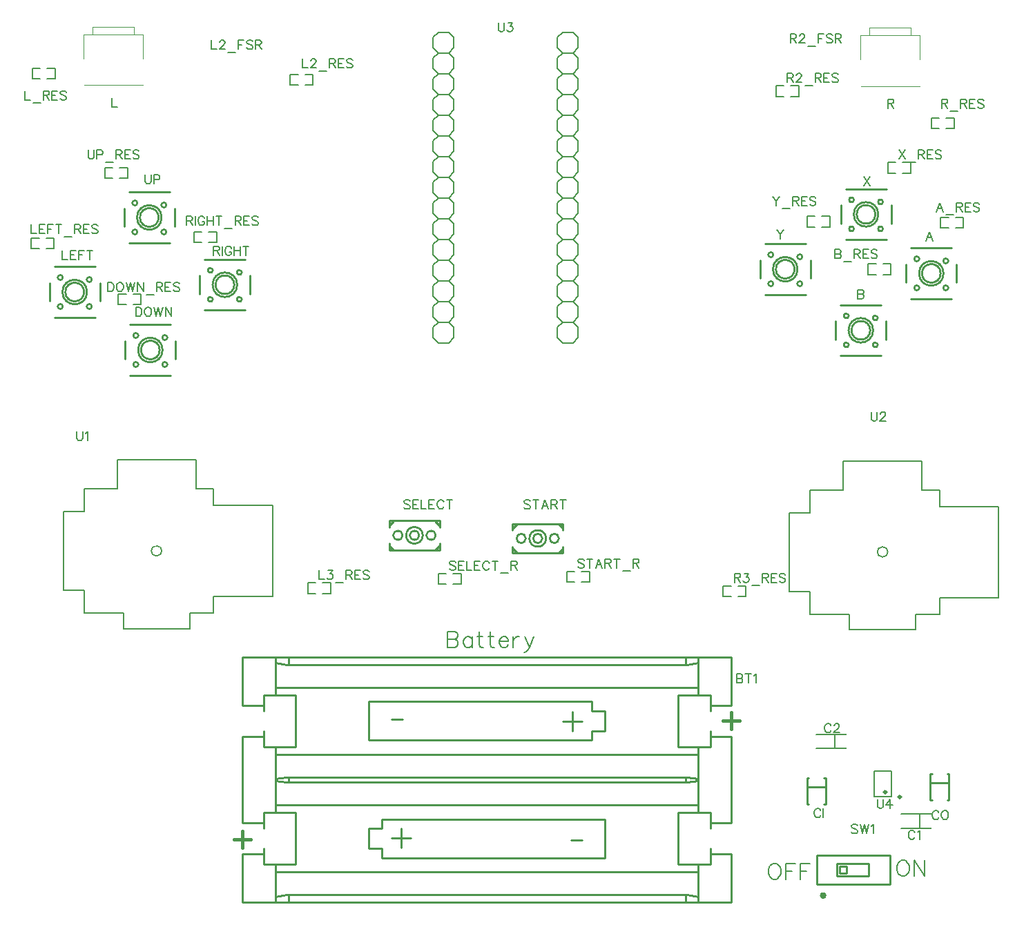
<source format=gto>
G04 Layer: TopSilkscreenLayer*
G04 EasyEDA v6.5.5, 2022-06-05 13:50:50*
G04 bb107c5f8ef14f278ad1c4d5784ba212,a4ea12fd96744f7d9b8618c9b4952ea7,10*
G04 Gerber Generator version 0.2*
G04 Scale: 100 percent, Rotated: No, Reflected: No *
G04 Dimensions in millimeters *
G04 leading zeros omitted , absolute positions ,4 integer and 5 decimal *
%FSLAX45Y45*%
%MOMM*%

%ADD10C,0.3000*%
%ADD25C,0.2540*%
%ADD26C,0.4052*%
%ADD27C,0.1524*%
%ADD28C,0.1001*%
%ADD29C,0.2032*%
%ADD30C,0.4000*%

%LPD*%
D29*
X5537200Y3672078D02*
G01*
X5537200Y3478276D01*
X5537200Y3672078D02*
G01*
X5620258Y3672078D01*
X5647943Y3662934D01*
X5657341Y3653789D01*
X5666486Y3635247D01*
X5666486Y3616705D01*
X5657341Y3598163D01*
X5647943Y3589020D01*
X5620258Y3579876D01*
X5537200Y3579876D02*
G01*
X5620258Y3579876D01*
X5647943Y3570478D01*
X5657341Y3561334D01*
X5666486Y3542792D01*
X5666486Y3515105D01*
X5657341Y3496563D01*
X5647943Y3487420D01*
X5620258Y3478276D01*
X5537200Y3478276D01*
X5838190Y3607562D02*
G01*
X5838190Y3478276D01*
X5838190Y3579876D02*
G01*
X5819902Y3598163D01*
X5801359Y3607562D01*
X5773674Y3607562D01*
X5755131Y3598163D01*
X5736590Y3579876D01*
X5727445Y3552189D01*
X5727445Y3533647D01*
X5736590Y3505962D01*
X5755131Y3487420D01*
X5773674Y3478276D01*
X5801359Y3478276D01*
X5819902Y3487420D01*
X5838190Y3505962D01*
X5927090Y3672078D02*
G01*
X5927090Y3515105D01*
X5936234Y3487420D01*
X5954775Y3478276D01*
X5973063Y3478276D01*
X5899150Y3607562D02*
G01*
X5963920Y3607562D01*
X6061709Y3672078D02*
G01*
X6061709Y3515105D01*
X6071108Y3487420D01*
X6089650Y3478276D01*
X6107938Y3478276D01*
X6034024Y3607562D02*
G01*
X6098793Y3607562D01*
X6168897Y3552189D02*
G01*
X6279895Y3552189D01*
X6279895Y3570478D01*
X6270497Y3589020D01*
X6261354Y3598163D01*
X6242811Y3607562D01*
X6215125Y3607562D01*
X6196584Y3598163D01*
X6178295Y3579876D01*
X6168897Y3552189D01*
X6168897Y3533647D01*
X6178295Y3505962D01*
X6196584Y3487420D01*
X6215125Y3478276D01*
X6242811Y3478276D01*
X6261354Y3487420D01*
X6279895Y3505962D01*
X6340856Y3607562D02*
G01*
X6340856Y3478276D01*
X6340856Y3552189D02*
G01*
X6350000Y3579876D01*
X6368541Y3598163D01*
X6386829Y3607562D01*
X6414770Y3607562D01*
X6484874Y3607562D02*
G01*
X6540245Y3478276D01*
X6595618Y3607562D02*
G01*
X6540245Y3478276D01*
X6521704Y3441192D01*
X6503415Y3422650D01*
X6484874Y3413505D01*
X6475729Y3413505D01*
X11104372Y865378D02*
G01*
X11085829Y856234D01*
X11067541Y837692D01*
X11058143Y819150D01*
X11049000Y791463D01*
X11049000Y745489D01*
X11058143Y717550D01*
X11067541Y699262D01*
X11085829Y680720D01*
X11104372Y671576D01*
X11141456Y671576D01*
X11159743Y680720D01*
X11178286Y699262D01*
X11187429Y717550D01*
X11196827Y745489D01*
X11196827Y791463D01*
X11187429Y819150D01*
X11178286Y837692D01*
X11159743Y856234D01*
X11141456Y865378D01*
X11104372Y865378D01*
X11257788Y865378D02*
G01*
X11257788Y671576D01*
X11257788Y865378D02*
G01*
X11387074Y671576D01*
X11387074Y865378D02*
G01*
X11387074Y671576D01*
X9529572Y827278D02*
G01*
X9511029Y818134D01*
X9492741Y799592D01*
X9483343Y781050D01*
X9474200Y753363D01*
X9474200Y707389D01*
X9483343Y679450D01*
X9492741Y661162D01*
X9511029Y642620D01*
X9529572Y633476D01*
X9566656Y633476D01*
X9584943Y642620D01*
X9603486Y661162D01*
X9612629Y679450D01*
X9622027Y707389D01*
X9622027Y753363D01*
X9612629Y781050D01*
X9603486Y799592D01*
X9584943Y818134D01*
X9566656Y827278D01*
X9529572Y827278D01*
X9682988Y827278D02*
G01*
X9682988Y633476D01*
X9682988Y827278D02*
G01*
X9803129Y827278D01*
X9682988Y735076D02*
G01*
X9756902Y735076D01*
X9864090Y827278D02*
G01*
X9864090Y633476D01*
X9864090Y827278D02*
G01*
X9983977Y827278D01*
X9864090Y735076D02*
G01*
X9937750Y735076D01*
D27*
X9740900Y10999215D02*
G01*
X9740900Y10890250D01*
X9740900Y10999215D02*
G01*
X9787636Y10999215D01*
X9803129Y10994136D01*
X9808463Y10988802D01*
X9813543Y10978387D01*
X9813543Y10967974D01*
X9808463Y10957560D01*
X9803129Y10952479D01*
X9787636Y10947400D01*
X9740900Y10947400D01*
X9777222Y10947400D02*
G01*
X9813543Y10890250D01*
X9853168Y10973308D02*
G01*
X9853168Y10978387D01*
X9858247Y10988802D01*
X9863581Y10994136D01*
X9873995Y10999215D01*
X9894570Y10999215D01*
X9904984Y10994136D01*
X9910318Y10988802D01*
X9915397Y10978387D01*
X9915397Y10967974D01*
X9910318Y10957560D01*
X9899904Y10942065D01*
X9847834Y10890250D01*
X9920731Y10890250D01*
X9955022Y10853674D02*
G01*
X10048493Y10853674D01*
X10082784Y10999215D02*
G01*
X10082784Y10890250D01*
X10082784Y10999215D02*
G01*
X10150347Y10999215D01*
X10082784Y10947400D02*
G01*
X10124440Y10947400D01*
X10257281Y10983721D02*
G01*
X10246868Y10994136D01*
X10231374Y10999215D01*
X10210545Y10999215D01*
X10195052Y10994136D01*
X10184638Y10983721D01*
X10184638Y10973308D01*
X10189718Y10962894D01*
X10195052Y10957560D01*
X10205465Y10952479D01*
X10236454Y10942065D01*
X10246868Y10936986D01*
X10252202Y10931652D01*
X10257281Y10921237D01*
X10257281Y10905744D01*
X10246868Y10895329D01*
X10231374Y10890250D01*
X10210545Y10890250D01*
X10195052Y10895329D01*
X10184638Y10905744D01*
X10291572Y10999215D02*
G01*
X10291572Y10890250D01*
X10291572Y10999215D02*
G01*
X10338308Y10999215D01*
X10354056Y10994136D01*
X10359136Y10988802D01*
X10364470Y10978387D01*
X10364470Y10967974D01*
X10359136Y10957560D01*
X10354056Y10952479D01*
X10338308Y10947400D01*
X10291572Y10947400D01*
X10327893Y10947400D02*
G01*
X10364470Y10890250D01*
X9080500Y3150615D02*
G01*
X9080500Y3041650D01*
X9080500Y3150615D02*
G01*
X9127236Y3150615D01*
X9142729Y3145536D01*
X9148063Y3140202D01*
X9153143Y3129787D01*
X9153143Y3119373D01*
X9148063Y3108960D01*
X9142729Y3103879D01*
X9127236Y3098800D01*
X9080500Y3098800D02*
G01*
X9127236Y3098800D01*
X9142729Y3093465D01*
X9148063Y3088386D01*
X9153143Y3077971D01*
X9153143Y3062223D01*
X9148063Y3051810D01*
X9142729Y3046729D01*
X9127236Y3041650D01*
X9080500Y3041650D01*
X9224009Y3150615D02*
G01*
X9224009Y3041650D01*
X9187434Y3150615D02*
G01*
X9260331Y3150615D01*
X9294622Y3129787D02*
G01*
X9305036Y3135121D01*
X9320529Y3150615D01*
X9320529Y3041650D01*
X10562704Y1289494D02*
G01*
X10552290Y1299908D01*
X10536796Y1304988D01*
X10515968Y1304988D01*
X10500474Y1299908D01*
X10490060Y1289494D01*
X10490060Y1279080D01*
X10495140Y1268666D01*
X10500474Y1263332D01*
X10510888Y1258252D01*
X10542130Y1247838D01*
X10552290Y1242758D01*
X10557624Y1237424D01*
X10562704Y1227010D01*
X10562704Y1211516D01*
X10552290Y1201102D01*
X10536796Y1196022D01*
X10515968Y1196022D01*
X10500474Y1201102D01*
X10490060Y1211516D01*
X10596994Y1304988D02*
G01*
X10623156Y1196022D01*
X10649064Y1304988D02*
G01*
X10623156Y1196022D01*
X10649064Y1304988D02*
G01*
X10674972Y1196022D01*
X10700880Y1304988D02*
G01*
X10674972Y1196022D01*
X10735170Y1284160D02*
G01*
X10745584Y1289494D01*
X10761332Y1304988D01*
X10761332Y1196022D01*
X11266677Y1207007D02*
G01*
X11261343Y1217421D01*
X11250929Y1227836D01*
X11240770Y1232915D01*
X11219941Y1232915D01*
X11209527Y1227836D01*
X11199113Y1217421D01*
X11193779Y1207007D01*
X11188700Y1191260D01*
X11188700Y1165352D01*
X11193779Y1149857D01*
X11199113Y1139444D01*
X11209527Y1129029D01*
X11219941Y1123950D01*
X11240770Y1123950D01*
X11250929Y1129029D01*
X11261343Y1139444D01*
X11266677Y1149857D01*
X11300968Y1212087D02*
G01*
X11311381Y1217421D01*
X11326875Y1232915D01*
X11326875Y1123950D01*
X10237977Y2515107D02*
G01*
X10232643Y2525521D01*
X10222229Y2535936D01*
X10212070Y2541015D01*
X10191241Y2541015D01*
X10180827Y2535936D01*
X10170413Y2525521D01*
X10165079Y2515107D01*
X10160000Y2499360D01*
X10160000Y2473452D01*
X10165079Y2457957D01*
X10170413Y2447544D01*
X10180827Y2437129D01*
X10191241Y2432050D01*
X10212070Y2432050D01*
X10222229Y2437129D01*
X10232643Y2447544D01*
X10237977Y2457957D01*
X10277347Y2515107D02*
G01*
X10277347Y2520187D01*
X10282681Y2530602D01*
X10287761Y2535936D01*
X10298175Y2541015D01*
X10319004Y2541015D01*
X10329418Y2535936D01*
X10334497Y2530602D01*
X10339831Y2520187D01*
X10339831Y2509773D01*
X10334497Y2499360D01*
X10324084Y2483865D01*
X10272268Y2432050D01*
X10344911Y2432050D01*
X10110977Y1473707D02*
G01*
X10105643Y1484121D01*
X10095229Y1494536D01*
X10085070Y1499615D01*
X10064241Y1499615D01*
X10053827Y1494536D01*
X10043413Y1484121D01*
X10038079Y1473707D01*
X10033000Y1457960D01*
X10033000Y1432052D01*
X10038079Y1416557D01*
X10043413Y1406144D01*
X10053827Y1395729D01*
X10064241Y1390650D01*
X10085070Y1390650D01*
X10095229Y1395729D01*
X10105643Y1406144D01*
X10110977Y1416557D01*
X10145268Y1499615D02*
G01*
X10145268Y1390650D01*
X11558777Y1448307D02*
G01*
X11553443Y1458721D01*
X11543029Y1469136D01*
X11532870Y1474215D01*
X11512041Y1474215D01*
X11501627Y1469136D01*
X11491213Y1458721D01*
X11485879Y1448307D01*
X11480800Y1432560D01*
X11480800Y1406652D01*
X11485879Y1391157D01*
X11491213Y1380744D01*
X11501627Y1370329D01*
X11512041Y1365250D01*
X11532870Y1365250D01*
X11543029Y1370329D01*
X11553443Y1380744D01*
X11558777Y1391157D01*
X11624309Y1474215D02*
G01*
X11613895Y1469136D01*
X11603481Y1458721D01*
X11598147Y1448307D01*
X11593068Y1432560D01*
X11593068Y1406652D01*
X11598147Y1391157D01*
X11603481Y1380744D01*
X11613895Y1370329D01*
X11624309Y1365250D01*
X11644884Y1365250D01*
X11655297Y1370329D01*
X11665711Y1380744D01*
X11671045Y1391157D01*
X11676125Y1406652D01*
X11676125Y1432560D01*
X11671045Y1448307D01*
X11665711Y1458721D01*
X11655297Y1469136D01*
X11644884Y1474215D01*
X11624309Y1474215D01*
X10807700Y1613915D02*
G01*
X10807700Y1535937D01*
X10812779Y1520444D01*
X10823193Y1510029D01*
X10838941Y1504950D01*
X10849356Y1504950D01*
X10864850Y1510029D01*
X10875263Y1520444D01*
X10880343Y1535937D01*
X10880343Y1613915D01*
X10966704Y1613915D02*
G01*
X10914634Y1541271D01*
X10992611Y1541271D01*
X10966704Y1613915D02*
G01*
X10966704Y1504950D01*
X1422400Y10211815D02*
G01*
X1422400Y10102850D01*
X1422400Y10102850D02*
G01*
X1484629Y10102850D01*
X10934700Y10199115D02*
G01*
X10934700Y10090150D01*
X10934700Y10199115D02*
G01*
X10981436Y10199115D01*
X10996929Y10194036D01*
X11002263Y10188702D01*
X11007343Y10178287D01*
X11007343Y10167874D01*
X11002263Y10157460D01*
X10996929Y10152379D01*
X10981436Y10147300D01*
X10934700Y10147300D01*
X10971022Y10147300D02*
G01*
X11007343Y10090150D01*
X2641600Y10923015D02*
G01*
X2641600Y10814050D01*
X2641600Y10814050D02*
G01*
X2703829Y10814050D01*
X2743454Y10897108D02*
G01*
X2743454Y10902187D01*
X2748534Y10912602D01*
X2753868Y10917936D01*
X2764281Y10923015D01*
X2785109Y10923015D01*
X2795270Y10917936D01*
X2800604Y10912602D01*
X2805684Y10902187D01*
X2805684Y10891774D01*
X2800604Y10881360D01*
X2790190Y10865865D01*
X2738120Y10814050D01*
X2811018Y10814050D01*
X2845308Y10777474D02*
G01*
X2938779Y10777474D01*
X2973070Y10923015D02*
G01*
X2973070Y10814050D01*
X2973070Y10923015D02*
G01*
X3040634Y10923015D01*
X2973070Y10871200D02*
G01*
X3014725Y10871200D01*
X3147568Y10907521D02*
G01*
X3137154Y10917936D01*
X3121659Y10923015D01*
X3100831Y10923015D01*
X3085338Y10917936D01*
X3074924Y10907521D01*
X3074924Y10897108D01*
X3080004Y10886694D01*
X3085338Y10881360D01*
X3095752Y10876279D01*
X3126740Y10865865D01*
X3137154Y10860786D01*
X3142488Y10855452D01*
X3147568Y10845037D01*
X3147568Y10829544D01*
X3137154Y10819129D01*
X3121659Y10814050D01*
X3100831Y10814050D01*
X3085338Y10819129D01*
X3074924Y10829544D01*
X3181858Y10923015D02*
G01*
X3181858Y10814050D01*
X3181858Y10923015D02*
G01*
X3228593Y10923015D01*
X3244341Y10917936D01*
X3249422Y10912602D01*
X3254756Y10902187D01*
X3254756Y10891774D01*
X3249422Y10881360D01*
X3244341Y10876279D01*
X3228593Y10871200D01*
X3181858Y10871200D01*
X3218179Y10871200D02*
G01*
X3254756Y10814050D01*
X3962400Y4420615D02*
G01*
X3962400Y4311650D01*
X3962400Y4311650D02*
G01*
X4024629Y4311650D01*
X4069334Y4420615D02*
G01*
X4126484Y4420615D01*
X4095495Y4378960D01*
X4110990Y4378960D01*
X4121404Y4373879D01*
X4126484Y4368800D01*
X4131818Y4353052D01*
X4131818Y4342637D01*
X4126484Y4327144D01*
X4116070Y4316729D01*
X4100575Y4311650D01*
X4085081Y4311650D01*
X4069334Y4316729D01*
X4064254Y4321810D01*
X4058920Y4332223D01*
X4166108Y4275073D02*
G01*
X4259579Y4275073D01*
X4293870Y4420615D02*
G01*
X4293870Y4311650D01*
X4293870Y4420615D02*
G01*
X4340606Y4420615D01*
X4356100Y4415536D01*
X4361434Y4410202D01*
X4366513Y4399787D01*
X4366513Y4389373D01*
X4361434Y4378960D01*
X4356100Y4373879D01*
X4340606Y4368800D01*
X4293870Y4368800D01*
X4330191Y4368800D02*
G01*
X4366513Y4311650D01*
X4400804Y4420615D02*
G01*
X4400804Y4311650D01*
X4400804Y4420615D02*
G01*
X4468368Y4420615D01*
X4400804Y4368800D02*
G01*
X4442459Y4368800D01*
X4400804Y4311650D02*
G01*
X4468368Y4311650D01*
X4575556Y4405121D02*
G01*
X4565141Y4415536D01*
X4549393Y4420615D01*
X4528820Y4420615D01*
X4513072Y4415536D01*
X4502658Y4405121D01*
X4502658Y4394707D01*
X4507991Y4384294D01*
X4513072Y4378960D01*
X4523486Y4373879D01*
X4554727Y4363465D01*
X4565141Y4358386D01*
X4570222Y4353052D01*
X4575556Y4342637D01*
X4575556Y4327144D01*
X4565141Y4316729D01*
X4549393Y4311650D01*
X4528820Y4311650D01*
X4513072Y4316729D01*
X4502658Y4327144D01*
X9055100Y4382515D02*
G01*
X9055100Y4273550D01*
X9055100Y4382515D02*
G01*
X9101836Y4382515D01*
X9117329Y4377436D01*
X9122663Y4372102D01*
X9127743Y4361687D01*
X9127743Y4351273D01*
X9122663Y4340860D01*
X9117329Y4335779D01*
X9101836Y4330700D01*
X9055100Y4330700D01*
X9091422Y4330700D02*
G01*
X9127743Y4273550D01*
X9172447Y4382515D02*
G01*
X9229597Y4382515D01*
X9198609Y4340860D01*
X9214104Y4340860D01*
X9224518Y4335779D01*
X9229597Y4330700D01*
X9234931Y4314952D01*
X9234931Y4304537D01*
X9229597Y4289044D01*
X9219184Y4278629D01*
X9203690Y4273550D01*
X9188195Y4273550D01*
X9172447Y4278629D01*
X9167368Y4283710D01*
X9162034Y4294123D01*
X9269222Y4236973D02*
G01*
X9362693Y4236973D01*
X9396984Y4382515D02*
G01*
X9396984Y4273550D01*
X9396984Y4382515D02*
G01*
X9443720Y4382515D01*
X9459213Y4377436D01*
X9464547Y4372102D01*
X9469627Y4361687D01*
X9469627Y4351273D01*
X9464547Y4340860D01*
X9459213Y4335779D01*
X9443720Y4330700D01*
X9396984Y4330700D01*
X9433306Y4330700D02*
G01*
X9469627Y4273550D01*
X9503918Y4382515D02*
G01*
X9503918Y4273550D01*
X9503918Y4382515D02*
G01*
X9571481Y4382515D01*
X9503918Y4330700D02*
G01*
X9545574Y4330700D01*
X9503918Y4273550D02*
G01*
X9571481Y4273550D01*
X9678670Y4367021D02*
G01*
X9668256Y4377436D01*
X9652508Y4382515D01*
X9631679Y4382515D01*
X9616186Y4377436D01*
X9605772Y4367021D01*
X9605772Y4356607D01*
X9611106Y4346194D01*
X9616186Y4340860D01*
X9626600Y4335779D01*
X9657841Y4325365D01*
X9668256Y4320286D01*
X9673336Y4314952D01*
X9678670Y4304537D01*
X9678670Y4289044D01*
X9668256Y4278629D01*
X9652508Y4273550D01*
X9631679Y4273550D01*
X9616186Y4278629D01*
X9605772Y4289044D01*
X11446256Y8573515D02*
G01*
X11404600Y8464550D01*
X11446256Y8573515D02*
G01*
X11487658Y8464550D01*
X11420093Y8500871D02*
G01*
X11472163Y8500871D01*
X10566400Y7862315D02*
G01*
X10566400Y7753350D01*
X10566400Y7862315D02*
G01*
X10613136Y7862315D01*
X10628629Y7857236D01*
X10633963Y7851902D01*
X10639043Y7841487D01*
X10639043Y7831073D01*
X10633963Y7820660D01*
X10628629Y7815579D01*
X10613136Y7810500D01*
X10566400Y7810500D02*
G01*
X10613136Y7810500D01*
X10628629Y7805165D01*
X10633963Y7800086D01*
X10639043Y7789671D01*
X10639043Y7773923D01*
X10633963Y7763510D01*
X10628629Y7758429D01*
X10613136Y7753350D01*
X10566400Y7753350D01*
X1714500Y7646415D02*
G01*
X1714500Y7537450D01*
X1714500Y7646415D02*
G01*
X1750822Y7646415D01*
X1766570Y7641336D01*
X1776729Y7630921D01*
X1782063Y7620508D01*
X1787143Y7604760D01*
X1787143Y7578852D01*
X1782063Y7563358D01*
X1776729Y7552944D01*
X1766570Y7542529D01*
X1750822Y7537450D01*
X1714500Y7537450D01*
X1852675Y7646415D02*
G01*
X1842261Y7641336D01*
X1831847Y7630921D01*
X1826768Y7620508D01*
X1821434Y7604760D01*
X1821434Y7578852D01*
X1826768Y7563358D01*
X1831847Y7552944D01*
X1842261Y7542529D01*
X1852675Y7537450D01*
X1873504Y7537450D01*
X1883918Y7542529D01*
X1894331Y7552944D01*
X1899411Y7563358D01*
X1904745Y7578852D01*
X1904745Y7604760D01*
X1899411Y7620508D01*
X1894331Y7630921D01*
X1883918Y7641336D01*
X1873504Y7646415D01*
X1852675Y7646415D01*
X1939036Y7646415D02*
G01*
X1964943Y7537450D01*
X1990852Y7646415D02*
G01*
X1964943Y7537450D01*
X1990852Y7646415D02*
G01*
X2016759Y7537450D01*
X2042922Y7646415D02*
G01*
X2016759Y7537450D01*
X2077211Y7646415D02*
G01*
X2077211Y7537450D01*
X2077211Y7646415D02*
G01*
X2149856Y7537450D01*
X2149856Y7646415D02*
G01*
X2149856Y7537450D01*
X812800Y8344915D02*
G01*
X812800Y8235950D01*
X812800Y8235950D02*
G01*
X875029Y8235950D01*
X909320Y8344915D02*
G01*
X909320Y8235950D01*
X909320Y8344915D02*
G01*
X976884Y8344915D01*
X909320Y8293100D02*
G01*
X950975Y8293100D01*
X909320Y8235950D02*
G01*
X976884Y8235950D01*
X1011174Y8344915D02*
G01*
X1011174Y8235950D01*
X1011174Y8344915D02*
G01*
X1078738Y8344915D01*
X1011174Y8293100D02*
G01*
X1052829Y8293100D01*
X1149350Y8344915D02*
G01*
X1149350Y8235950D01*
X1113027Y8344915D02*
G01*
X1185925Y8344915D01*
X2667000Y8395715D02*
G01*
X2667000Y8286750D01*
X2667000Y8395715D02*
G01*
X2713736Y8395715D01*
X2729229Y8390636D01*
X2734563Y8385302D01*
X2739643Y8374887D01*
X2739643Y8364473D01*
X2734563Y8354060D01*
X2729229Y8348979D01*
X2713736Y8343900D01*
X2667000Y8343900D01*
X2703322Y8343900D02*
G01*
X2739643Y8286750D01*
X2773934Y8395715D02*
G01*
X2773934Y8286750D01*
X2886202Y8369808D02*
G01*
X2881122Y8380221D01*
X2870708Y8390636D01*
X2860293Y8395715D01*
X2839465Y8395715D01*
X2829052Y8390636D01*
X2818638Y8380221D01*
X2813558Y8369808D01*
X2808224Y8354060D01*
X2808224Y8328152D01*
X2813558Y8312658D01*
X2818638Y8302244D01*
X2829052Y8291829D01*
X2839465Y8286750D01*
X2860293Y8286750D01*
X2870708Y8291829D01*
X2881122Y8302244D01*
X2886202Y8312658D01*
X2886202Y8328152D01*
X2860293Y8328152D02*
G01*
X2886202Y8328152D01*
X2920491Y8395715D02*
G01*
X2920491Y8286750D01*
X2993390Y8395715D02*
G01*
X2993390Y8286750D01*
X2920491Y8343900D02*
G01*
X2993390Y8343900D01*
X3064002Y8395715D02*
G01*
X3064002Y8286750D01*
X3027679Y8395715D02*
G01*
X3100324Y8395715D01*
X1828800Y9272015D02*
G01*
X1828800Y9194037D01*
X1833879Y9178544D01*
X1844293Y9168129D01*
X1860041Y9163050D01*
X1870456Y9163050D01*
X1885950Y9168129D01*
X1896363Y9178544D01*
X1901443Y9194037D01*
X1901443Y9272015D01*
X1935734Y9272015D02*
G01*
X1935734Y9163050D01*
X1935734Y9272015D02*
G01*
X1982470Y9272015D01*
X1998218Y9266936D01*
X2003297Y9261602D01*
X2008631Y9251187D01*
X2008631Y9235694D01*
X2003297Y9225279D01*
X1998218Y9220200D01*
X1982470Y9214865D01*
X1935734Y9214865D01*
X10642600Y9246615D02*
G01*
X10715243Y9137650D01*
X10715243Y9246615D02*
G01*
X10642600Y9137650D01*
X9575800Y8598915D02*
G01*
X9617456Y8547100D01*
X9617456Y8489950D01*
X9658858Y8598915D02*
G01*
X9617456Y8547100D01*
X5076443Y5268724D02*
G01*
X5066029Y5279138D01*
X5050536Y5284218D01*
X5029708Y5284218D01*
X5014213Y5279138D01*
X5003800Y5268724D01*
X5003800Y5258310D01*
X5008879Y5247896D01*
X5014213Y5242562D01*
X5024627Y5237482D01*
X5055870Y5227068D01*
X5066029Y5221988D01*
X5071363Y5216654D01*
X5076443Y5206240D01*
X5076443Y5190746D01*
X5066029Y5180332D01*
X5050536Y5175252D01*
X5029708Y5175252D01*
X5014213Y5180332D01*
X5003800Y5190746D01*
X5110734Y5284218D02*
G01*
X5110734Y5175252D01*
X5110734Y5284218D02*
G01*
X5178297Y5284218D01*
X5110734Y5232402D02*
G01*
X5152390Y5232402D01*
X5110734Y5175252D02*
G01*
X5178297Y5175252D01*
X5212588Y5284218D02*
G01*
X5212588Y5175252D01*
X5212588Y5175252D02*
G01*
X5275072Y5175252D01*
X5309361Y5284218D02*
G01*
X5309361Y5175252D01*
X5309361Y5284218D02*
G01*
X5376925Y5284218D01*
X5309361Y5232402D02*
G01*
X5350763Y5232402D01*
X5309361Y5175252D02*
G01*
X5376925Y5175252D01*
X5488940Y5258310D02*
G01*
X5483859Y5268724D01*
X5473445Y5279138D01*
X5463031Y5284218D01*
X5442204Y5284218D01*
X5431790Y5279138D01*
X5421629Y5268724D01*
X5416295Y5258310D01*
X5411215Y5242562D01*
X5411215Y5216654D01*
X5416295Y5201160D01*
X5421629Y5190746D01*
X5431790Y5180332D01*
X5442204Y5175252D01*
X5463031Y5175252D01*
X5473445Y5180332D01*
X5483859Y5190746D01*
X5488940Y5201160D01*
X5559806Y5284218D02*
G01*
X5559806Y5175252D01*
X5523229Y5284218D02*
G01*
X5596127Y5284218D01*
X6549643Y5268724D02*
G01*
X6539229Y5279138D01*
X6523736Y5284218D01*
X6502908Y5284218D01*
X6487413Y5279138D01*
X6477000Y5268724D01*
X6477000Y5258310D01*
X6482079Y5247896D01*
X6487413Y5242562D01*
X6497827Y5237482D01*
X6529070Y5227068D01*
X6539229Y5221988D01*
X6544563Y5216654D01*
X6549643Y5206240D01*
X6549643Y5190746D01*
X6539229Y5180332D01*
X6523736Y5175252D01*
X6502908Y5175252D01*
X6487413Y5180332D01*
X6477000Y5190746D01*
X6620509Y5284218D02*
G01*
X6620509Y5175252D01*
X6583934Y5284218D02*
G01*
X6656831Y5284218D01*
X6732524Y5284218D02*
G01*
X6691122Y5175252D01*
X6732524Y5284218D02*
G01*
X6774179Y5175252D01*
X6706615Y5211574D02*
G01*
X6758686Y5211574D01*
X6808470Y5284218D02*
G01*
X6808470Y5175252D01*
X6808470Y5284218D02*
G01*
X6855206Y5284218D01*
X6870700Y5279138D01*
X6876034Y5273804D01*
X6881113Y5263390D01*
X6881113Y5252976D01*
X6876034Y5242562D01*
X6870700Y5237482D01*
X6855206Y5232402D01*
X6808470Y5232402D01*
X6844791Y5232402D02*
G01*
X6881113Y5175252D01*
X6951979Y5284218D02*
G01*
X6951979Y5175252D01*
X6915404Y5284218D02*
G01*
X6988302Y5284218D01*
X990600Y6122415D02*
G01*
X990600Y6044437D01*
X995679Y6028944D01*
X1006093Y6018529D01*
X1021841Y6013450D01*
X1032256Y6013450D01*
X1047750Y6018529D01*
X1058163Y6028944D01*
X1063243Y6044437D01*
X1063243Y6122415D01*
X1097534Y6101587D02*
G01*
X1107947Y6106921D01*
X1123695Y6122415D01*
X1123695Y6013450D01*
X10731500Y6363715D02*
G01*
X10731500Y6285737D01*
X10736579Y6270244D01*
X10746993Y6259829D01*
X10762741Y6254750D01*
X10773156Y6254750D01*
X10788650Y6259829D01*
X10799063Y6270244D01*
X10804143Y6285737D01*
X10804143Y6363715D01*
X10843768Y6337807D02*
G01*
X10843768Y6342887D01*
X10848847Y6353302D01*
X10854181Y6358636D01*
X10864595Y6363715D01*
X10885170Y6363715D01*
X10895584Y6358636D01*
X10900918Y6353302D01*
X10905997Y6342887D01*
X10905997Y6332473D01*
X10900918Y6322060D01*
X10890504Y6306565D01*
X10838434Y6254750D01*
X10911331Y6254750D01*
X3759200Y10694415D02*
G01*
X3759200Y10585450D01*
X3759200Y10585450D02*
G01*
X3821429Y10585450D01*
X3861054Y10668508D02*
G01*
X3861054Y10673587D01*
X3866134Y10684002D01*
X3871468Y10689336D01*
X3881881Y10694415D01*
X3902709Y10694415D01*
X3912870Y10689336D01*
X3918204Y10684002D01*
X3923284Y10673587D01*
X3923284Y10663174D01*
X3918204Y10652760D01*
X3907790Y10637265D01*
X3855720Y10585450D01*
X3928618Y10585450D01*
X3962908Y10548874D02*
G01*
X4056379Y10548874D01*
X4090670Y10694415D02*
G01*
X4090670Y10585450D01*
X4090670Y10694415D02*
G01*
X4137406Y10694415D01*
X4152900Y10689336D01*
X4158234Y10684002D01*
X4163313Y10673587D01*
X4163313Y10663174D01*
X4158234Y10652760D01*
X4152900Y10647679D01*
X4137406Y10642600D01*
X4090670Y10642600D01*
X4126991Y10642600D02*
G01*
X4163313Y10585450D01*
X4197604Y10694415D02*
G01*
X4197604Y10585450D01*
X4197604Y10694415D02*
G01*
X4265168Y10694415D01*
X4197604Y10642600D02*
G01*
X4239259Y10642600D01*
X4197604Y10585450D02*
G01*
X4265168Y10585450D01*
X4372356Y10678921D02*
G01*
X4361941Y10689336D01*
X4346193Y10694415D01*
X4325620Y10694415D01*
X4309872Y10689336D01*
X4299458Y10678921D01*
X4299458Y10668508D01*
X4304791Y10658094D01*
X4309872Y10652760D01*
X4320286Y10647679D01*
X4351527Y10637265D01*
X4361941Y10632186D01*
X4367022Y10626852D01*
X4372356Y10616437D01*
X4372356Y10600944D01*
X4361941Y10590529D01*
X4346193Y10585450D01*
X4325620Y10585450D01*
X4309872Y10590529D01*
X4299458Y10600944D01*
X9702800Y10516615D02*
G01*
X9702800Y10407650D01*
X9702800Y10516615D02*
G01*
X9749536Y10516615D01*
X9765029Y10511536D01*
X9770363Y10506202D01*
X9775443Y10495787D01*
X9775443Y10485374D01*
X9770363Y10474960D01*
X9765029Y10469879D01*
X9749536Y10464800D01*
X9702800Y10464800D01*
X9739122Y10464800D02*
G01*
X9775443Y10407650D01*
X9815068Y10490708D02*
G01*
X9815068Y10495787D01*
X9820147Y10506202D01*
X9825481Y10511536D01*
X9835895Y10516615D01*
X9856470Y10516615D01*
X9866884Y10511536D01*
X9872218Y10506202D01*
X9877297Y10495787D01*
X9877297Y10485374D01*
X9872218Y10474960D01*
X9861804Y10459465D01*
X9809734Y10407650D01*
X9882631Y10407650D01*
X9916922Y10371074D02*
G01*
X10010393Y10371074D01*
X10044684Y10516615D02*
G01*
X10044684Y10407650D01*
X10044684Y10516615D02*
G01*
X10091420Y10516615D01*
X10106913Y10511536D01*
X10112247Y10506202D01*
X10117327Y10495787D01*
X10117327Y10485374D01*
X10112247Y10474960D01*
X10106913Y10469879D01*
X10091420Y10464800D01*
X10044684Y10464800D01*
X10081006Y10464800D02*
G01*
X10117327Y10407650D01*
X10151618Y10516615D02*
G01*
X10151618Y10407650D01*
X10151618Y10516615D02*
G01*
X10219181Y10516615D01*
X10151618Y10464800D02*
G01*
X10193274Y10464800D01*
X10151618Y10407650D02*
G01*
X10219181Y10407650D01*
X10326370Y10501121D02*
G01*
X10315956Y10511536D01*
X10300208Y10516615D01*
X10279379Y10516615D01*
X10263886Y10511536D01*
X10253472Y10501121D01*
X10253472Y10490708D01*
X10258806Y10480294D01*
X10263886Y10474960D01*
X10274300Y10469879D01*
X10305541Y10459465D01*
X10315956Y10454386D01*
X10321036Y10449052D01*
X10326370Y10438637D01*
X10326370Y10423144D01*
X10315956Y10412729D01*
X10300208Y10407650D01*
X10279379Y10407650D01*
X10263886Y10412729D01*
X10253472Y10423144D01*
X6159500Y11138915D02*
G01*
X6159500Y11060937D01*
X6164579Y11045444D01*
X6174993Y11035029D01*
X6190741Y11029950D01*
X6201156Y11029950D01*
X6216650Y11035029D01*
X6227063Y11045444D01*
X6232143Y11060937D01*
X6232143Y11138915D01*
X6276847Y11138915D02*
G01*
X6333997Y11138915D01*
X6303009Y11097260D01*
X6318504Y11097260D01*
X6328918Y11092179D01*
X6333997Y11087100D01*
X6339331Y11071352D01*
X6339331Y11060937D01*
X6333997Y11045444D01*
X6323584Y11035029D01*
X6308090Y11029950D01*
X6292595Y11029950D01*
X6276847Y11035029D01*
X6271768Y11040110D01*
X6266434Y11050524D01*
X11573179Y8929115D02*
G01*
X11531523Y8820150D01*
X11573179Y8929115D02*
G01*
X11614835Y8820150D01*
X11547271Y8856471D02*
G01*
X11599087Y8856471D01*
X11649125Y8783574D02*
G01*
X11742597Y8783574D01*
X11776887Y8929115D02*
G01*
X11776887Y8820150D01*
X11776887Y8929115D02*
G01*
X11823623Y8929115D01*
X11839117Y8924036D01*
X11844451Y8918702D01*
X11849531Y8908287D01*
X11849531Y8897874D01*
X11844451Y8887460D01*
X11839117Y8882379D01*
X11823623Y8877300D01*
X11776887Y8877300D01*
X11813209Y8877300D02*
G01*
X11849531Y8820150D01*
X11883821Y8929115D02*
G01*
X11883821Y8820150D01*
X11883821Y8929115D02*
G01*
X11951385Y8929115D01*
X11883821Y8877300D02*
G01*
X11925477Y8877300D01*
X11883821Y8820150D02*
G01*
X11951385Y8820150D01*
X12058319Y8913621D02*
G01*
X12047905Y8924036D01*
X12032411Y8929115D01*
X12011583Y8929115D01*
X11996089Y8924036D01*
X11985675Y8913621D01*
X11985675Y8903208D01*
X11990755Y8892794D01*
X11996089Y8887460D01*
X12006503Y8882379D01*
X12037745Y8871965D01*
X12047905Y8866886D01*
X12053239Y8861552D01*
X12058319Y8851137D01*
X12058319Y8835644D01*
X12047905Y8825229D01*
X12032411Y8820150D01*
X12011583Y8820150D01*
X11996089Y8825229D01*
X11985675Y8835644D01*
X10287000Y8357615D02*
G01*
X10287000Y8248650D01*
X10287000Y8357615D02*
G01*
X10333736Y8357615D01*
X10349229Y8352536D01*
X10354563Y8347202D01*
X10359643Y8336787D01*
X10359643Y8326373D01*
X10354563Y8315960D01*
X10349229Y8310879D01*
X10333736Y8305800D01*
X10287000Y8305800D02*
G01*
X10333736Y8305800D01*
X10349229Y8300465D01*
X10354563Y8295386D01*
X10359643Y8284971D01*
X10359643Y8269223D01*
X10354563Y8258810D01*
X10349229Y8253729D01*
X10333736Y8248650D01*
X10287000Y8248650D01*
X10393934Y8212073D02*
G01*
X10487659Y8212073D01*
X10521950Y8357615D02*
G01*
X10521950Y8248650D01*
X10521950Y8357615D02*
G01*
X10568686Y8357615D01*
X10584179Y8352536D01*
X10589259Y8347202D01*
X10594593Y8336787D01*
X10594593Y8326373D01*
X10589259Y8315960D01*
X10584179Y8310879D01*
X10568686Y8305800D01*
X10521950Y8305800D01*
X10558272Y8305800D02*
G01*
X10594593Y8248650D01*
X10628884Y8357615D02*
G01*
X10628884Y8248650D01*
X10628884Y8357615D02*
G01*
X10696447Y8357615D01*
X10628884Y8305800D02*
G01*
X10670540Y8305800D01*
X10628884Y8248650D02*
G01*
X10696447Y8248650D01*
X10803381Y8342121D02*
G01*
X10792968Y8352536D01*
X10777474Y8357615D01*
X10756645Y8357615D01*
X10741152Y8352536D01*
X10730738Y8342121D01*
X10730738Y8331708D01*
X10735818Y8321294D01*
X10741152Y8315960D01*
X10751565Y8310879D01*
X10782554Y8300465D01*
X10792968Y8295386D01*
X10798302Y8290052D01*
X10803381Y8279637D01*
X10803381Y8264144D01*
X10792968Y8253729D01*
X10777474Y8248650D01*
X10756645Y8248650D01*
X10741152Y8253729D01*
X10730738Y8264144D01*
X1371600Y7951215D02*
G01*
X1371600Y7842250D01*
X1371600Y7951215D02*
G01*
X1407922Y7951215D01*
X1423670Y7946136D01*
X1433829Y7935721D01*
X1439163Y7925308D01*
X1444243Y7909560D01*
X1444243Y7883652D01*
X1439163Y7868158D01*
X1433829Y7857744D01*
X1423670Y7847329D01*
X1407922Y7842250D01*
X1371600Y7842250D01*
X1509775Y7951215D02*
G01*
X1499361Y7946136D01*
X1488947Y7935721D01*
X1483868Y7925308D01*
X1478534Y7909560D01*
X1478534Y7883652D01*
X1483868Y7868158D01*
X1488947Y7857744D01*
X1499361Y7847329D01*
X1509775Y7842250D01*
X1530604Y7842250D01*
X1541018Y7847329D01*
X1551431Y7857744D01*
X1556511Y7868158D01*
X1561845Y7883652D01*
X1561845Y7909560D01*
X1556511Y7925308D01*
X1551431Y7935721D01*
X1541018Y7946136D01*
X1530604Y7951215D01*
X1509775Y7951215D01*
X1596136Y7951215D02*
G01*
X1622043Y7842250D01*
X1647952Y7951215D02*
G01*
X1622043Y7842250D01*
X1647952Y7951215D02*
G01*
X1673859Y7842250D01*
X1700022Y7951215D02*
G01*
X1673859Y7842250D01*
X1734311Y7951215D02*
G01*
X1734311Y7842250D01*
X1734311Y7951215D02*
G01*
X1806956Y7842250D01*
X1806956Y7951215D02*
G01*
X1806956Y7842250D01*
X1841245Y7805673D02*
G01*
X1934718Y7805673D01*
X1969008Y7951215D02*
G01*
X1969008Y7842250D01*
X1969008Y7951215D02*
G01*
X2015743Y7951215D01*
X2031491Y7946136D01*
X2036572Y7940802D01*
X2041906Y7930387D01*
X2041906Y7919973D01*
X2036572Y7909560D01*
X2031491Y7904479D01*
X2015743Y7899400D01*
X1969008Y7899400D01*
X2005329Y7899400D02*
G01*
X2041906Y7842250D01*
X2076195Y7951215D02*
G01*
X2076195Y7842250D01*
X2076195Y7951215D02*
G01*
X2143759Y7951215D01*
X2076195Y7899400D02*
G01*
X2117597Y7899400D01*
X2076195Y7842250D02*
G01*
X2143759Y7842250D01*
X2250693Y7935721D02*
G01*
X2240279Y7946136D01*
X2224786Y7951215D01*
X2203958Y7951215D01*
X2188209Y7946136D01*
X2178050Y7935721D01*
X2178050Y7925308D01*
X2183129Y7914894D01*
X2188209Y7909560D01*
X2198624Y7904479D01*
X2229865Y7894065D01*
X2240279Y7888986D01*
X2245359Y7883652D01*
X2250693Y7873237D01*
X2250693Y7857744D01*
X2240279Y7847329D01*
X2224786Y7842250D01*
X2203958Y7842250D01*
X2188209Y7847329D01*
X2178050Y7857744D01*
X431723Y8662415D02*
G01*
X431723Y8553450D01*
X431723Y8553450D02*
G01*
X494207Y8553450D01*
X528497Y8662415D02*
G01*
X528497Y8553450D01*
X528497Y8662415D02*
G01*
X596061Y8662415D01*
X528497Y8610600D02*
G01*
X569899Y8610600D01*
X528497Y8553450D02*
G01*
X596061Y8553450D01*
X630351Y8662415D02*
G01*
X630351Y8553450D01*
X630351Y8662415D02*
G01*
X697915Y8662415D01*
X630351Y8610600D02*
G01*
X671753Y8610600D01*
X768527Y8662415D02*
G01*
X768527Y8553450D01*
X732205Y8662415D02*
G01*
X804849Y8662415D01*
X839139Y8516874D02*
G01*
X932611Y8516874D01*
X966901Y8662415D02*
G01*
X966901Y8553450D01*
X966901Y8662415D02*
G01*
X1013637Y8662415D01*
X1029385Y8657336D01*
X1034465Y8652002D01*
X1039545Y8641587D01*
X1039545Y8631174D01*
X1034465Y8620760D01*
X1029385Y8615679D01*
X1013637Y8610600D01*
X966901Y8610600D01*
X1003223Y8610600D02*
G01*
X1039545Y8553450D01*
X1073835Y8662415D02*
G01*
X1073835Y8553450D01*
X1073835Y8662415D02*
G01*
X1141399Y8662415D01*
X1073835Y8610600D02*
G01*
X1115491Y8610600D01*
X1073835Y8553450D02*
G01*
X1141399Y8553450D01*
X1248587Y8646921D02*
G01*
X1238173Y8657336D01*
X1222425Y8662415D01*
X1201851Y8662415D01*
X1186103Y8657336D01*
X1175689Y8646921D01*
X1175689Y8636508D01*
X1181023Y8626094D01*
X1186103Y8620760D01*
X1196517Y8615679D01*
X1227759Y8605265D01*
X1238173Y8600186D01*
X1243253Y8594852D01*
X1248587Y8584437D01*
X1248587Y8568944D01*
X1238173Y8558529D01*
X1222425Y8553450D01*
X1201851Y8553450D01*
X1186103Y8558529D01*
X1175689Y8568944D01*
X355600Y10300715D02*
G01*
X355600Y10191750D01*
X355600Y10191750D02*
G01*
X417829Y10191750D01*
X452120Y10155174D02*
G01*
X545845Y10155174D01*
X580136Y10300715D02*
G01*
X580136Y10191750D01*
X580136Y10300715D02*
G01*
X626872Y10300715D01*
X642365Y10295636D01*
X647700Y10290302D01*
X652779Y10279887D01*
X652779Y10269474D01*
X647700Y10259060D01*
X642365Y10253979D01*
X626872Y10248900D01*
X580136Y10248900D01*
X616458Y10248900D02*
G01*
X652779Y10191750D01*
X687070Y10300715D02*
G01*
X687070Y10191750D01*
X687070Y10300715D02*
G01*
X754634Y10300715D01*
X687070Y10248900D02*
G01*
X728725Y10248900D01*
X687070Y10191750D02*
G01*
X754634Y10191750D01*
X861568Y10285221D02*
G01*
X851154Y10295636D01*
X835659Y10300715D01*
X814831Y10300715D01*
X799338Y10295636D01*
X788924Y10285221D01*
X788924Y10274808D01*
X794004Y10264394D01*
X799338Y10259060D01*
X809752Y10253979D01*
X840740Y10243565D01*
X851154Y10238486D01*
X856488Y10233152D01*
X861568Y10222737D01*
X861568Y10207244D01*
X851154Y10196829D01*
X835659Y10191750D01*
X814831Y10191750D01*
X799338Y10196829D01*
X788924Y10207244D01*
X2336800Y8764015D02*
G01*
X2336800Y8655050D01*
X2336800Y8764015D02*
G01*
X2383536Y8764015D01*
X2399029Y8758936D01*
X2404363Y8753602D01*
X2409443Y8743187D01*
X2409443Y8732774D01*
X2404363Y8722360D01*
X2399029Y8717279D01*
X2383536Y8712200D01*
X2336800Y8712200D01*
X2373122Y8712200D02*
G01*
X2409443Y8655050D01*
X2443734Y8764015D02*
G01*
X2443734Y8655050D01*
X2556002Y8738108D02*
G01*
X2550922Y8748521D01*
X2540508Y8758936D01*
X2530093Y8764015D01*
X2509265Y8764015D01*
X2498852Y8758936D01*
X2488438Y8748521D01*
X2483358Y8738108D01*
X2478024Y8722360D01*
X2478024Y8696452D01*
X2483358Y8680958D01*
X2488438Y8670544D01*
X2498852Y8660129D01*
X2509265Y8655050D01*
X2530093Y8655050D01*
X2540508Y8660129D01*
X2550922Y8670544D01*
X2556002Y8680958D01*
X2556002Y8696452D01*
X2530093Y8696452D02*
G01*
X2556002Y8696452D01*
X2590291Y8764015D02*
G01*
X2590291Y8655050D01*
X2663190Y8764015D02*
G01*
X2663190Y8655050D01*
X2590291Y8712200D02*
G01*
X2663190Y8712200D01*
X2733802Y8764015D02*
G01*
X2733802Y8655050D01*
X2697479Y8764015D02*
G01*
X2770124Y8764015D01*
X2804413Y8618474D02*
G01*
X2897886Y8618474D01*
X2932175Y8764015D02*
G01*
X2932175Y8655050D01*
X2932175Y8764015D02*
G01*
X2978911Y8764015D01*
X2994659Y8758936D01*
X2999740Y8753602D01*
X3004820Y8743187D01*
X3004820Y8732774D01*
X2999740Y8722360D01*
X2994659Y8717279D01*
X2978911Y8712200D01*
X2932175Y8712200D01*
X2968497Y8712200D02*
G01*
X3004820Y8655050D01*
X3039109Y8764015D02*
G01*
X3039109Y8655050D01*
X3039109Y8764015D02*
G01*
X3106674Y8764015D01*
X3039109Y8712200D02*
G01*
X3080765Y8712200D01*
X3039109Y8655050D02*
G01*
X3106674Y8655050D01*
X3213861Y8748521D02*
G01*
X3203447Y8758936D01*
X3187700Y8764015D01*
X3167125Y8764015D01*
X3151377Y8758936D01*
X3140963Y8748521D01*
X3140963Y8738108D01*
X3146297Y8727694D01*
X3151377Y8722360D01*
X3161791Y8717279D01*
X3193034Y8706865D01*
X3203447Y8701786D01*
X3208527Y8696452D01*
X3213861Y8686037D01*
X3213861Y8670544D01*
X3203447Y8660129D01*
X3187700Y8655050D01*
X3167125Y8655050D01*
X3151377Y8660129D01*
X3140963Y8670544D01*
X11595023Y10199115D02*
G01*
X11595023Y10090150D01*
X11595023Y10199115D02*
G01*
X11641759Y10199115D01*
X11657507Y10194036D01*
X11662587Y10188702D01*
X11667921Y10178287D01*
X11667921Y10167874D01*
X11662587Y10157460D01*
X11657507Y10152379D01*
X11641759Y10147300D01*
X11595023Y10147300D01*
X11631345Y10147300D02*
G01*
X11667921Y10090150D01*
X11702211Y10053574D02*
G01*
X11795683Y10053574D01*
X11829973Y10199115D02*
G01*
X11829973Y10090150D01*
X11829973Y10199115D02*
G01*
X11876709Y10199115D01*
X11892203Y10194036D01*
X11897537Y10188702D01*
X11902617Y10178287D01*
X11902617Y10167874D01*
X11897537Y10157460D01*
X11892203Y10152379D01*
X11876709Y10147300D01*
X11829973Y10147300D01*
X11866295Y10147300D02*
G01*
X11902617Y10090150D01*
X11936907Y10199115D02*
G01*
X11936907Y10090150D01*
X11936907Y10199115D02*
G01*
X12004471Y10199115D01*
X11936907Y10147300D02*
G01*
X11978563Y10147300D01*
X11936907Y10090150D02*
G01*
X12004471Y10090150D01*
X12111405Y10183621D02*
G01*
X12101245Y10194036D01*
X12085497Y10199115D01*
X12064669Y10199115D01*
X12049175Y10194036D01*
X12038761Y10183621D01*
X12038761Y10173208D01*
X12044095Y10162794D01*
X12049175Y10157460D01*
X12059589Y10152379D01*
X12090831Y10141965D01*
X12101245Y10136886D01*
X12106325Y10131552D01*
X12111405Y10121137D01*
X12111405Y10105644D01*
X12101245Y10095229D01*
X12085497Y10090150D01*
X12064669Y10090150D01*
X12049175Y10095229D01*
X12038761Y10105644D01*
X5635497Y4519421D02*
G01*
X5625084Y4529836D01*
X5609336Y4534915D01*
X5588761Y4534915D01*
X5573013Y4529836D01*
X5562600Y4519421D01*
X5562600Y4509007D01*
X5567934Y4498594D01*
X5573013Y4493260D01*
X5583427Y4488179D01*
X5614670Y4477765D01*
X5625084Y4472686D01*
X5630163Y4467352D01*
X5635497Y4456937D01*
X5635497Y4441444D01*
X5625084Y4431029D01*
X5609336Y4425950D01*
X5588761Y4425950D01*
X5573013Y4431029D01*
X5562600Y4441444D01*
X5669788Y4534915D02*
G01*
X5669788Y4425950D01*
X5669788Y4534915D02*
G01*
X5737352Y4534915D01*
X5669788Y4483100D02*
G01*
X5711190Y4483100D01*
X5669788Y4425950D02*
G01*
X5737352Y4425950D01*
X5771641Y4534915D02*
G01*
X5771641Y4425950D01*
X5771641Y4425950D02*
G01*
X5833872Y4425950D01*
X5868161Y4534915D02*
G01*
X5868161Y4425950D01*
X5868161Y4534915D02*
G01*
X5935725Y4534915D01*
X5868161Y4483100D02*
G01*
X5909818Y4483100D01*
X5868161Y4425950D02*
G01*
X5935725Y4425950D01*
X6047993Y4509007D02*
G01*
X6042659Y4519421D01*
X6032245Y4529836D01*
X6021831Y4534915D01*
X6001258Y4534915D01*
X5990843Y4529836D01*
X5980429Y4519421D01*
X5975095Y4509007D01*
X5970015Y4493260D01*
X5970015Y4467352D01*
X5975095Y4451857D01*
X5980429Y4441444D01*
X5990843Y4431029D01*
X6001258Y4425950D01*
X6021831Y4425950D01*
X6032245Y4431029D01*
X6042659Y4441444D01*
X6047993Y4451857D01*
X6118606Y4534915D02*
G01*
X6118606Y4425950D01*
X6082284Y4534915D02*
G01*
X6154927Y4534915D01*
X6189218Y4389373D02*
G01*
X6282690Y4389373D01*
X6316979Y4534915D02*
G01*
X6316979Y4425950D01*
X6316979Y4534915D02*
G01*
X6363715Y4534915D01*
X6379463Y4529836D01*
X6384543Y4524502D01*
X6389877Y4514087D01*
X6389877Y4503673D01*
X6384543Y4493260D01*
X6379463Y4488179D01*
X6363715Y4483100D01*
X6316979Y4483100D01*
X6353302Y4483100D02*
G01*
X6389877Y4425950D01*
X7210297Y4544821D02*
G01*
X7199884Y4555236D01*
X7184136Y4560315D01*
X7163561Y4560315D01*
X7147813Y4555236D01*
X7137400Y4544821D01*
X7137400Y4534407D01*
X7142734Y4523994D01*
X7147813Y4518660D01*
X7158227Y4513579D01*
X7189470Y4503165D01*
X7199884Y4498086D01*
X7204963Y4492752D01*
X7210297Y4482337D01*
X7210297Y4466844D01*
X7199884Y4456429D01*
X7184136Y4451350D01*
X7163561Y4451350D01*
X7147813Y4456429D01*
X7137400Y4466844D01*
X7280909Y4560315D02*
G01*
X7280909Y4451350D01*
X7244588Y4560315D02*
G01*
X7317231Y4560315D01*
X7393177Y4560315D02*
G01*
X7351522Y4451350D01*
X7393177Y4560315D02*
G01*
X7434579Y4451350D01*
X7367015Y4487671D02*
G01*
X7419086Y4487671D01*
X7468870Y4560315D02*
G01*
X7468870Y4451350D01*
X7468870Y4560315D02*
G01*
X7515606Y4560315D01*
X7531354Y4555236D01*
X7536434Y4549902D01*
X7541768Y4539487D01*
X7541768Y4529073D01*
X7536434Y4518660D01*
X7531354Y4513579D01*
X7515606Y4508500D01*
X7468870Y4508500D01*
X7505191Y4508500D02*
G01*
X7541768Y4451350D01*
X7612379Y4560315D02*
G01*
X7612379Y4451350D01*
X7576058Y4560315D02*
G01*
X7648702Y4560315D01*
X7682991Y4414773D02*
G01*
X7776463Y4414773D01*
X7810754Y4560315D02*
G01*
X7810754Y4451350D01*
X7810754Y4560315D02*
G01*
X7857490Y4560315D01*
X7873238Y4555236D01*
X7878318Y4549902D01*
X7883652Y4539487D01*
X7883652Y4529073D01*
X7878318Y4518660D01*
X7873238Y4513579D01*
X7857490Y4508500D01*
X7810754Y4508500D01*
X7847075Y4508500D02*
G01*
X7883652Y4451350D01*
X1130223Y9576815D02*
G01*
X1130223Y9498837D01*
X1135557Y9483344D01*
X1145971Y9472929D01*
X1161465Y9467850D01*
X1171879Y9467850D01*
X1187373Y9472929D01*
X1197787Y9483344D01*
X1203121Y9498837D01*
X1203121Y9576815D01*
X1237411Y9576815D02*
G01*
X1237411Y9467850D01*
X1237411Y9576815D02*
G01*
X1284147Y9576815D01*
X1299641Y9571736D01*
X1304975Y9566402D01*
X1310055Y9555987D01*
X1310055Y9540494D01*
X1304975Y9530079D01*
X1299641Y9525000D01*
X1284147Y9519665D01*
X1237411Y9519665D01*
X1344345Y9431274D02*
G01*
X1437817Y9431274D01*
X1472107Y9576815D02*
G01*
X1472107Y9467850D01*
X1472107Y9576815D02*
G01*
X1518843Y9576815D01*
X1534591Y9571736D01*
X1539671Y9566402D01*
X1545005Y9555987D01*
X1545005Y9545574D01*
X1539671Y9535160D01*
X1534591Y9530079D01*
X1518843Y9525000D01*
X1472107Y9525000D01*
X1508429Y9525000D02*
G01*
X1545005Y9467850D01*
X1579295Y9576815D02*
G01*
X1579295Y9467850D01*
X1579295Y9576815D02*
G01*
X1646605Y9576815D01*
X1579295Y9525000D02*
G01*
X1620697Y9525000D01*
X1579295Y9467850D02*
G01*
X1646605Y9467850D01*
X1753793Y9561321D02*
G01*
X1743379Y9571736D01*
X1727885Y9576815D01*
X1707057Y9576815D01*
X1691309Y9571736D01*
X1680895Y9561321D01*
X1680895Y9550908D01*
X1686229Y9540494D01*
X1691309Y9535160D01*
X1701723Y9530079D01*
X1732965Y9519665D01*
X1743379Y9514586D01*
X1748459Y9509252D01*
X1753793Y9498837D01*
X1753793Y9483344D01*
X1743379Y9472929D01*
X1727885Y9467850D01*
X1707057Y9467850D01*
X1691309Y9472929D01*
X1680895Y9483344D01*
X11074400Y9576815D02*
G01*
X11147297Y9467850D01*
X11147297Y9576815D02*
G01*
X11074400Y9467850D01*
X11181588Y9431274D02*
G01*
X11275059Y9431274D01*
X11309350Y9576815D02*
G01*
X11309350Y9467850D01*
X11309350Y9576815D02*
G01*
X11356086Y9576815D01*
X11371579Y9571736D01*
X11376913Y9566402D01*
X11381993Y9555987D01*
X11381993Y9545574D01*
X11376913Y9535160D01*
X11371579Y9530079D01*
X11356086Y9525000D01*
X11309350Y9525000D01*
X11345672Y9525000D02*
G01*
X11381993Y9467850D01*
X11416284Y9576815D02*
G01*
X11416284Y9467850D01*
X11416284Y9576815D02*
G01*
X11483847Y9576815D01*
X11416284Y9525000D02*
G01*
X11457940Y9525000D01*
X11416284Y9467850D02*
G01*
X11483847Y9467850D01*
X11590781Y9561321D02*
G01*
X11580622Y9571736D01*
X11564874Y9576815D01*
X11544045Y9576815D01*
X11528552Y9571736D01*
X11518138Y9561321D01*
X11518138Y9550908D01*
X11523472Y9540494D01*
X11528552Y9535160D01*
X11538965Y9530079D01*
X11570208Y9519665D01*
X11580622Y9514586D01*
X11585702Y9509252D01*
X11590781Y9498837D01*
X11590781Y9483344D01*
X11580622Y9472929D01*
X11564874Y9467850D01*
X11544045Y9467850D01*
X11528552Y9472929D01*
X11518138Y9483344D01*
X9525000Y9005315D02*
G01*
X9566656Y8953500D01*
X9566656Y8896350D01*
X9608058Y9005315D02*
G01*
X9566656Y8953500D01*
X9642347Y8859774D02*
G01*
X9735820Y8859774D01*
X9770109Y9005315D02*
G01*
X9770109Y8896350D01*
X9770109Y9005315D02*
G01*
X9817100Y9005315D01*
X9832593Y9000236D01*
X9837674Y8994902D01*
X9843008Y8984487D01*
X9843008Y8974074D01*
X9837674Y8963660D01*
X9832593Y8958579D01*
X9817100Y8953500D01*
X9770109Y8953500D01*
X9806686Y8953500D02*
G01*
X9843008Y8896350D01*
X9877297Y9005315D02*
G01*
X9877297Y8896350D01*
X9877297Y9005315D02*
G01*
X9944861Y9005315D01*
X9877297Y8953500D02*
G01*
X9918700Y8953500D01*
X9877297Y8896350D02*
G01*
X9944861Y8896350D01*
X10051795Y8989821D02*
G01*
X10041381Y9000236D01*
X10025888Y9005315D01*
X10005059Y9005315D01*
X9989565Y9000236D01*
X9979152Y8989821D01*
X9979152Y8979408D01*
X9984231Y8968994D01*
X9989565Y8963660D01*
X9999979Y8958579D01*
X10030968Y8948165D01*
X10041381Y8943086D01*
X10046715Y8937752D01*
X10051795Y8927337D01*
X10051795Y8911844D01*
X10041381Y8901429D01*
X10025888Y8896350D01*
X10005059Y8896350D01*
X9989565Y8901429D01*
X9979152Y8911844D01*
G36*
X11424920Y1441450D02*
G01*
X11424920Y1426260D01*
X11470640Y1426260D01*
X11470640Y1441450D01*
G37*
G36*
X11424920Y1266139D02*
G01*
X11424920Y1250950D01*
X11470640Y1250950D01*
X11470640Y1266139D01*
G37*
G36*
X10383520Y2419350D02*
G01*
X10383520Y2404160D01*
X10429240Y2404160D01*
X10429240Y2419350D01*
G37*
G36*
X10383520Y2244039D02*
G01*
X10383520Y2228850D01*
X10429240Y2228850D01*
X10429240Y2244039D01*
G37*
G36*
X9944100Y1778000D02*
G01*
X9944100Y1752600D01*
X10172700Y1752600D01*
X10172700Y1778000D01*
G37*
G36*
X11455400Y1828800D02*
G01*
X11455400Y1803400D01*
X11684000Y1803400D01*
X11684000Y1828800D01*
G37*
D25*
X7052028Y1111966D02*
G01*
X7186084Y1111966D01*
X4850688Y1140891D02*
G01*
X5089169Y1140891D01*
X4969222Y1259425D02*
G01*
X4969222Y1022360D01*
X7466893Y1369494D02*
G01*
X7466893Y896769D01*
X4729335Y896769D01*
X4729335Y1012482D01*
X4571288Y1012482D01*
X4571288Y1253782D01*
X4729335Y1253782D01*
X4729335Y1369494D01*
X7466893Y1369494D01*
X3676644Y816335D02*
G01*
X3676644Y1451338D01*
X3428288Y1854210D02*
G01*
X3428288Y1451338D01*
X8759474Y1322925D02*
G01*
X9016298Y1322925D01*
X9016298Y1854210D02*
G01*
X9016298Y1322925D01*
X8453262Y1854210D02*
G01*
X8453262Y1823872D01*
X8475840Y1823872D02*
G01*
X8609896Y1843628D01*
X3586332Y1823872D02*
G01*
X3586332Y1854210D01*
X3555288Y1823872D02*
G01*
X3428288Y1843628D01*
X3555288Y1823872D02*
G01*
X8475840Y1823872D01*
X3023298Y1854210D02*
G01*
X3023298Y1322925D01*
X3280120Y1322925D01*
X8609896Y1854210D02*
G01*
X8609896Y1451338D01*
X8759474Y1451338D02*
G01*
X8759474Y1258166D01*
X8759474Y1451338D02*
G01*
X8362952Y1451338D01*
X8362952Y816335D01*
X8759474Y816335D01*
X8759474Y941925D02*
G01*
X9016298Y941925D01*
X9016298Y354901D01*
X3023298Y354901D01*
X8609896Y354901D02*
G01*
X8609896Y816335D01*
X8609896Y721791D02*
G01*
X3429698Y721791D01*
X3429698Y816335D02*
G01*
X3429698Y354901D01*
X3023298Y354901D02*
G01*
X3023298Y941925D01*
X3280120Y941925D01*
X3280120Y816335D02*
G01*
X3676644Y816335D01*
X3676644Y1451338D01*
X3280120Y816335D02*
G01*
X3280120Y1008255D01*
X3676644Y1451338D02*
G01*
X3280120Y1451338D01*
X8609896Y1544472D02*
G01*
X3428288Y1544472D01*
X4986157Y2596456D02*
G01*
X4852101Y2596456D01*
X7187493Y2567528D02*
G01*
X6949015Y2567528D01*
X7068959Y2448994D02*
G01*
X7068959Y2686062D01*
X4571288Y2338928D02*
G01*
X4571288Y2811650D01*
X7308850Y2811650D01*
X7308850Y2695940D01*
X7466893Y2695940D01*
X7466893Y2454640D01*
X7308850Y2454640D01*
X7308850Y2338928D01*
X4571288Y2338928D01*
X8759474Y2385494D02*
G01*
X9016298Y2385494D01*
X9016298Y1854210D02*
G01*
X9016298Y2385494D01*
X8453262Y1854210D02*
G01*
X8453262Y1884550D01*
X8475840Y1884550D02*
G01*
X8609896Y1864794D01*
X3586332Y1884550D02*
G01*
X3586332Y1854210D01*
X3555288Y1884550D02*
G01*
X3428288Y1864794D01*
X3555288Y1884550D02*
G01*
X8475840Y1884550D01*
X3428288Y1854210D02*
G01*
X3428288Y2257084D01*
X3023298Y1854210D02*
G01*
X3023298Y2385494D01*
X8609896Y1854210D02*
G01*
X8609896Y2257084D01*
X8759474Y2257084D02*
G01*
X8362952Y2257084D01*
X8362952Y2892084D01*
X8759474Y2892084D01*
X8759474Y2257084D02*
G01*
X8759474Y2450254D01*
X8759474Y2766496D02*
G01*
X9016298Y2766496D01*
X9016298Y3353518D01*
X8609896Y3353518D02*
G01*
X8609896Y2892084D01*
X3023298Y3353518D02*
G01*
X3023298Y2766496D01*
X8609896Y2986628D02*
G01*
X3429698Y2986628D01*
X9016298Y3353518D02*
G01*
X3023298Y3353518D01*
X3023298Y2766496D02*
G01*
X3280120Y2766496D01*
X3429698Y2892084D02*
G01*
X3429698Y3353518D01*
X3676644Y2892084D02*
G01*
X3676644Y2257084D01*
X3280120Y2892084D02*
G01*
X3676644Y2892084D01*
X3676644Y2257084D01*
X3023298Y2385494D02*
G01*
X3280120Y2385494D01*
X3676644Y2257084D02*
G01*
X3280120Y2257084D01*
X3280120Y2892084D02*
G01*
X3280120Y2700167D01*
X8609896Y2163950D02*
G01*
X3428288Y2163950D01*
X3563754Y3266031D02*
G01*
X8475842Y3266031D01*
X8609896Y3287196D01*
X3563754Y3266031D02*
G01*
X3429698Y3287196D01*
X8453297Y3353518D02*
G01*
X8453297Y3266031D01*
X3586299Y3353518D02*
G01*
X3586299Y3266031D01*
X8475842Y442391D02*
G01*
X8609896Y421225D01*
X3563754Y442391D02*
G01*
X3429698Y421225D01*
X3563754Y442391D02*
G01*
X8475842Y442391D01*
X8453297Y354901D02*
G01*
X8453297Y442391D01*
X3586299Y354901D02*
G01*
X3586299Y442391D01*
X8759474Y1008255D02*
G01*
X8759474Y816335D01*
X8759474Y2700167D02*
G01*
X8759474Y2892084D01*
X3280120Y1258166D02*
G01*
X3280120Y1451338D01*
X3280120Y2450254D02*
G01*
X3280120Y2257084D01*
D26*
X9119801Y2574201D02*
G01*
X8916347Y2574201D01*
X9017693Y2676055D02*
G01*
X9017693Y2472347D01*
X3121525Y1124198D02*
G01*
X2918071Y1124198D01*
X3019417Y1226052D02*
G01*
X3019417Y1022344D01*
D25*
X10065372Y877760D02*
G01*
X10065651Y929309D01*
X10965548Y929322D01*
X10965548Y569404D01*
X10065372Y569404D01*
X10065372Y877760D01*
X10312412Y825525D02*
G01*
X10702429Y825525D01*
X10702429Y675538D01*
X10312412Y675538D01*
X10312412Y825525D01*
X10432427Y795528D02*
G01*
X10342410Y795528D01*
X10342410Y705535D01*
X10432427Y705535D01*
X10432427Y795528D01*
D27*
X11097282Y1433822D02*
G01*
X11432517Y1433822D01*
X11097282Y1258577D02*
G01*
X11432517Y1258577D01*
X11325331Y1433822D02*
G01*
X11325331Y1258577D01*
X10055882Y2411722D02*
G01*
X10391117Y2411722D01*
X10055882Y2236477D02*
G01*
X10391117Y2236477D01*
X10283931Y2411722D02*
G01*
X10283931Y2236477D01*
D25*
X9944100Y1874502D02*
G01*
X9944100Y1727311D01*
X9944100Y1727311D01*
X9944100Y1554500D01*
X10172700Y1874499D02*
G01*
X10172700Y1554497D01*
X10172700Y1874499D02*
G01*
X10151513Y1874499D01*
X9965286Y1874499D02*
G01*
X9944100Y1874499D01*
X10172700Y1554497D02*
G01*
X10151513Y1554497D01*
X9965286Y1554497D02*
G01*
X9944100Y1554497D01*
X11455400Y1925302D02*
G01*
X11455400Y1778111D01*
X11455400Y1778111D01*
X11455400Y1605300D01*
X11684000Y1925299D02*
G01*
X11684000Y1605297D01*
X11684000Y1925299D02*
G01*
X11662813Y1925299D01*
X11476586Y1925299D02*
G01*
X11455400Y1925299D01*
X11684000Y1605297D02*
G01*
X11662813Y1605297D01*
X11476586Y1605297D02*
G01*
X11455400Y1605297D01*
D27*
X10978339Y1645780D02*
G01*
X10764060Y1645780D01*
X10764060Y1961019D01*
X10978339Y1961019D01*
X10978339Y1645780D01*
D28*
X1800097Y10698200D02*
G01*
X1800097Y10998200D01*
X1070102Y10998200D01*
X1070102Y10698200D01*
X1689100Y10998200D02*
G01*
X1689100Y11088192D01*
X1181100Y11088192D01*
X1181100Y10998200D01*
X1800097Y10373207D02*
G01*
X1085113Y10373207D01*
X11325097Y10685500D02*
G01*
X11325097Y10985500D01*
X10595102Y10985500D01*
X10595102Y10685500D01*
X11214100Y10985500D02*
G01*
X11214100Y11075492D01*
X10706100Y11075492D01*
X10706100Y10985500D01*
X11325097Y10360507D02*
G01*
X10610113Y10360507D01*
D27*
X4005021Y4137639D02*
G01*
X4100908Y4137639D01*
X4100908Y4269760D01*
X4005021Y4269760D01*
X3919778Y4137639D02*
G01*
X3823891Y4137639D01*
X3823891Y4269760D01*
X3919778Y4269760D01*
X9097721Y4099539D02*
G01*
X9193608Y4099539D01*
X9193608Y4231660D01*
X9097721Y4231660D01*
X9012478Y4099539D02*
G01*
X8916591Y4099539D01*
X8916591Y4231660D01*
X9012478Y4231660D01*
D25*
X11718678Y8374506D02*
G01*
X11217521Y8374506D01*
X11158093Y8177446D02*
G01*
X11158093Y7951553D01*
X11217521Y7754493D02*
G01*
X11718678Y7754493D01*
X11778106Y7951553D02*
G01*
X11778106Y8177446D01*
X10855078Y7676006D02*
G01*
X10353921Y7676006D01*
X10294493Y7478946D02*
G01*
X10294493Y7253053D01*
X10353921Y7055993D02*
G01*
X10855078Y7055993D01*
X10914506Y7253053D02*
G01*
X10914506Y7478946D01*
X2142878Y7434706D02*
G01*
X1641721Y7434706D01*
X1582293Y7237646D02*
G01*
X1582293Y7011753D01*
X1641721Y6814693D02*
G01*
X2142878Y6814693D01*
X2202306Y7011753D02*
G01*
X2202306Y7237646D01*
X1215778Y8145906D02*
G01*
X714621Y8145906D01*
X655193Y7948846D02*
G01*
X655193Y7722953D01*
X714621Y7525893D02*
G01*
X1215778Y7525893D01*
X1275206Y7722953D02*
G01*
X1275206Y7948846D01*
X3057278Y8234806D02*
G01*
X2556121Y8234806D01*
X2496693Y8037746D02*
G01*
X2496693Y7811853D01*
X2556121Y7614793D02*
G01*
X3057278Y7614793D01*
X3116706Y7811853D02*
G01*
X3116706Y8037746D01*
X2130178Y9060306D02*
G01*
X1629021Y9060306D01*
X1569593Y8863246D02*
G01*
X1569593Y8637353D01*
X1629021Y8440293D02*
G01*
X2130178Y8440293D01*
X2189606Y8637353D02*
G01*
X2189606Y8863246D01*
X10918578Y9098406D02*
G01*
X10417421Y9098406D01*
X10357993Y8901346D02*
G01*
X10357993Y8675453D01*
X10417421Y8478393D02*
G01*
X10918578Y8478393D01*
X10978006Y8675453D02*
G01*
X10978006Y8901346D01*
X9927978Y8425306D02*
G01*
X9426821Y8425306D01*
X9367393Y8228246D02*
G01*
X9367393Y8002353D01*
X9426821Y7805293D02*
G01*
X9927978Y7805293D01*
X9987406Y8002353D02*
G01*
X9987406Y8228246D01*
X4820798Y5031399D02*
G01*
X5440791Y5031399D01*
X5440791Y4671395D02*
G01*
X4820798Y4671395D01*
X4825994Y4724397D02*
G01*
X4876794Y4673597D01*
X4825994Y4978397D02*
G01*
X4876794Y5029197D01*
X5384794Y5029197D02*
G01*
X5435594Y4978397D01*
X5384794Y4673597D02*
G01*
X5435594Y4724397D01*
X5440791Y5031399D02*
G01*
X5440791Y4949512D01*
X5440791Y4753284D02*
G01*
X5440791Y4671395D01*
X4820798Y5031399D02*
G01*
X4820798Y4949512D01*
X4820798Y4753284D02*
G01*
X4820798Y4671395D01*
X6332098Y4993299D02*
G01*
X6952091Y4993299D01*
X6952091Y4633295D02*
G01*
X6332098Y4633295D01*
X6337294Y4686297D02*
G01*
X6388094Y4635497D01*
X6337294Y4940297D02*
G01*
X6388094Y4991097D01*
X6896094Y4991097D02*
G01*
X6946894Y4940297D01*
X6896094Y4635497D02*
G01*
X6946894Y4686297D01*
X6952091Y4993299D02*
G01*
X6952091Y4911412D01*
X6952091Y4715184D02*
G01*
X6952091Y4633295D01*
X6332098Y4993299D02*
G01*
X6332098Y4911412D01*
X6332098Y4715184D02*
G01*
X6332098Y4633295D01*
D29*
X1079500Y4178300D02*
G01*
X1079500Y3898900D01*
X1562100Y3898900D01*
X1562100Y3708400D01*
X2374900Y3708400D01*
X2374900Y3898900D01*
X2667000Y3898900D01*
X2667000Y4102100D01*
X3390900Y4102100D01*
X3390900Y5219700D01*
X2667000Y5219700D01*
X2667000Y5422900D01*
X2451100Y5422900D01*
X2451100Y5778500D01*
X1485900Y5778500D01*
X1485900Y5422900D01*
X1079500Y5422900D01*
X1079500Y5143500D01*
X825500Y5143500D01*
X825500Y4178300D01*
X1079500Y4178300D01*
X9982200Y4165600D02*
G01*
X9982200Y3886200D01*
X10464800Y3886200D01*
X10464800Y3695700D01*
X11277600Y3695700D01*
X11277600Y3886200D01*
X11569700Y3886200D01*
X11569700Y4089400D01*
X12293600Y4089400D01*
X12293600Y5207000D01*
X11569700Y5207000D01*
X11569700Y5410200D01*
X11353800Y5410200D01*
X11353800Y5765800D01*
X10388600Y5765800D01*
X10388600Y5410200D01*
X9982200Y5410200D01*
X9982200Y5130800D01*
X9728200Y5130800D01*
X9728200Y4165600D01*
X9982200Y4165600D01*
D27*
X3789121Y10373339D02*
G01*
X3885008Y10373339D01*
X3885008Y10505460D01*
X3789121Y10505460D01*
X3703878Y10373339D02*
G01*
X3607991Y10373339D01*
X3607991Y10505460D01*
X3703878Y10505460D01*
X9745421Y10233639D02*
G01*
X9841308Y10233639D01*
X9841308Y10365760D01*
X9745421Y10365760D01*
X9660178Y10233639D02*
G01*
X9564291Y10233639D01*
X9564291Y10365760D01*
X9660178Y10365760D01*
X6946894Y10515600D02*
G01*
X6883394Y10579100D01*
X6883394Y10706100D01*
X6946894Y10769600D01*
X7073894Y10769600D01*
X7137394Y10706100D01*
X7137394Y10579100D01*
X7073894Y10515600D01*
X7073894Y10261600D02*
G01*
X7137394Y10198100D01*
X7137394Y10071100D01*
X7073894Y10007600D01*
X7137394Y9944100D01*
X7137394Y9817100D01*
X7073894Y9753600D01*
X7137394Y9690100D01*
X7137394Y9563100D01*
X7073894Y9499600D01*
X7137394Y9436100D01*
X7137394Y9309100D01*
X7073894Y9245600D01*
X7137394Y9182100D01*
X7137394Y9055100D01*
X7073894Y8991600D01*
X7137394Y8928100D01*
X7137394Y8801100D01*
X7073894Y8737600D01*
X7137394Y8674100D01*
X7137394Y8547100D01*
X7073894Y8483600D01*
X7137394Y8420100D01*
X7137394Y8293100D01*
X7073894Y8229600D01*
X7137394Y8166100D01*
X7137394Y8039100D01*
X7073894Y7975600D01*
X7137394Y7912100D01*
X7137394Y7785100D01*
X7073894Y7721600D01*
X7137394Y7658100D01*
X7137394Y7531100D01*
X7073894Y7467600D01*
X7137394Y7404100D01*
X7137394Y7277100D01*
X7073894Y7213600D01*
X6946894Y7213600D01*
X6883394Y7277100D01*
X6883394Y7404100D01*
X6946894Y7467600D01*
X6883394Y7531100D01*
X6883394Y7658100D01*
X6946894Y7721600D01*
X6883394Y7785100D01*
X6883394Y7912100D01*
X6946894Y7975600D01*
X6883394Y8039100D01*
X6883394Y8166100D01*
X6946894Y8229600D01*
X6883394Y8293100D01*
X6883394Y8420100D01*
X6946894Y8483600D01*
X6883394Y8547100D01*
X6883394Y8674100D01*
X6946894Y8737600D01*
X6883394Y8801100D01*
X6883394Y8928100D01*
X6946894Y8991600D01*
X6883394Y9055100D01*
X6883394Y9182100D01*
X6946894Y9245600D01*
X6883394Y9309100D01*
X6883394Y9436100D01*
X6946894Y9499600D01*
X6883394Y9563100D01*
X6883394Y9690100D01*
X6946894Y9753600D01*
X6883394Y9817100D01*
X6883394Y9944100D01*
X6946894Y10007600D01*
X6883394Y10071100D01*
X6883394Y10198100D01*
X6946894Y10261600D01*
X6883394Y10325100D01*
X6883394Y10452100D01*
X6946894Y10515600D01*
X7073894Y10515600D01*
X7137394Y10452100D01*
X7137394Y10325100D01*
X7073894Y10261600D01*
X6946894Y10261600D01*
X5549894Y7721600D02*
G01*
X5613394Y7658100D01*
X5613394Y7531100D01*
X5549894Y7467600D01*
X5422894Y7467600D01*
X5359394Y7531100D01*
X5359394Y7658100D01*
X5422894Y7721600D01*
X5549894Y7467600D02*
G01*
X5613394Y7404100D01*
X5613394Y7277100D01*
X5549894Y7213600D01*
X5422894Y7213600D01*
X5359394Y7277100D01*
X5359394Y7404100D01*
X5422894Y7467600D01*
X5549894Y10515600D02*
G01*
X5422894Y10515600D01*
X5549894Y10769600D02*
G01*
X5422894Y10769600D01*
X5549894Y10261600D02*
G01*
X5422894Y10261600D01*
X5549894Y9753600D02*
G01*
X5422894Y9753600D01*
X5549894Y10007600D02*
G01*
X5422894Y10007600D01*
X5549894Y9499600D02*
G01*
X5422894Y9499600D01*
X5549894Y8991600D02*
G01*
X5422894Y8991600D01*
X5549894Y9245600D02*
G01*
X5422894Y9245600D01*
X5549894Y8737600D02*
G01*
X5422894Y8737600D01*
X5549894Y8229600D02*
G01*
X5422894Y8229600D01*
X5549894Y8483600D02*
G01*
X5422894Y8483600D01*
X5422894Y7975600D02*
G01*
X5359394Y8039100D01*
X5359394Y8166100D01*
X5422894Y8229600D01*
X5359394Y8293100D01*
X5359394Y8420100D01*
X5422894Y8483600D01*
X5359394Y8547100D01*
X5359394Y8674100D01*
X5422894Y8737600D01*
X5359394Y8801100D01*
X5359394Y8928100D01*
X5422894Y8991600D01*
X5359394Y9055100D01*
X5359394Y9182100D01*
X5422894Y9245600D01*
X5359394Y9309100D01*
X5359394Y9436100D01*
X5422894Y9499600D01*
X5359394Y9563100D01*
X5359394Y9690100D01*
X5422894Y9753600D01*
X5359394Y9817100D01*
X5359394Y9944100D01*
X5422894Y10007600D01*
X5359394Y10071100D01*
X5359394Y10198100D01*
X5422894Y10261600D01*
X5359394Y10325100D01*
X5359394Y10452100D01*
X5422894Y10515600D01*
X5359394Y10579100D01*
X5359394Y10706100D01*
X5422894Y10769600D01*
X5359394Y10833100D01*
X5359394Y10960100D01*
X5422894Y11023600D01*
X5549894Y11023600D01*
X5613394Y10960100D01*
X5613394Y10833100D01*
X5549894Y10769600D01*
X5613394Y10706100D01*
X5613394Y10579100D01*
X5549894Y10515600D01*
X5613394Y10452100D01*
X5613394Y10325100D01*
X5549894Y10261600D01*
X5613394Y10198100D01*
X5613394Y10071100D01*
X5549894Y10007600D01*
X5613394Y9944100D01*
X5613394Y9817100D01*
X5549894Y9753600D01*
X5613394Y9690100D01*
X5613394Y9563100D01*
X5549894Y9499600D01*
X5613394Y9436100D01*
X5613394Y9309100D01*
X5549894Y9245600D01*
X5613394Y9182100D01*
X5613394Y9055100D01*
X5549894Y8991600D01*
X5613394Y8928100D01*
X5613394Y8801100D01*
X5549894Y8737600D01*
X5613394Y8674100D01*
X5613394Y8547100D01*
X5549894Y8483600D01*
X5613394Y8420100D01*
X5613394Y8293100D01*
X5549894Y8229600D01*
X5613394Y8166100D01*
X5613394Y8039100D01*
X5549894Y7975600D01*
X5613394Y7912100D01*
X5613394Y7785100D01*
X5549894Y7721600D01*
X5422894Y7721600D01*
X5359394Y7785100D01*
X5359394Y7912100D01*
X5422894Y7975600D01*
X5549894Y7975600D01*
X6946894Y10769600D02*
G01*
X6883394Y10833100D01*
X6883394Y10960100D01*
X6946894Y11023600D01*
X7073894Y11023600D01*
X7137394Y10960100D01*
X7137394Y10833100D01*
X7073894Y10769600D01*
X6946894Y7721600D02*
G01*
X7073894Y7721600D01*
X6946894Y7467600D02*
G01*
X7073894Y7467600D01*
X6946894Y7975600D02*
G01*
X7073894Y7975600D01*
X6946894Y8483600D02*
G01*
X7073894Y8483600D01*
X6946894Y8229600D02*
G01*
X7073894Y8229600D01*
X6946894Y8737600D02*
G01*
X7073894Y8737600D01*
X6946894Y9245600D02*
G01*
X7073894Y9245600D01*
X6946894Y8991600D02*
G01*
X7073894Y8991600D01*
X6946894Y9499600D02*
G01*
X7073894Y9499600D01*
X6946894Y10007600D02*
G01*
X7073894Y10007600D01*
X6946894Y9753600D02*
G01*
X7073894Y9753600D01*
X11679478Y8752860D02*
G01*
X11583591Y8752860D01*
X11583591Y8620739D01*
X11679478Y8620739D01*
X11764721Y8752860D02*
G01*
X11860608Y8752860D01*
X11860608Y8620739D01*
X11764721Y8620739D01*
X10790478Y8181360D02*
G01*
X10694591Y8181360D01*
X10694591Y8049239D01*
X10790478Y8049239D01*
X10875721Y8181360D02*
G01*
X10971608Y8181360D01*
X10971608Y8049239D01*
X10875721Y8049239D01*
X1595678Y7813060D02*
G01*
X1499791Y7813060D01*
X1499791Y7680939D01*
X1595678Y7680939D01*
X1680921Y7813060D02*
G01*
X1776808Y7813060D01*
X1776808Y7680939D01*
X1680921Y7680939D01*
X614121Y8366739D02*
G01*
X710008Y8366739D01*
X710008Y8498860D01*
X614121Y8498860D01*
X528878Y8366739D02*
G01*
X432991Y8366739D01*
X432991Y8498860D01*
X528878Y8498860D01*
X626821Y10449539D02*
G01*
X722708Y10449539D01*
X722708Y10581660D01*
X626821Y10581660D01*
X541578Y10449539D02*
G01*
X445691Y10449539D01*
X445691Y10581660D01*
X541578Y10581660D01*
X2522778Y8575060D02*
G01*
X2426891Y8575060D01*
X2426891Y8442939D01*
X2522778Y8442939D01*
X2608021Y8575060D02*
G01*
X2703908Y8575060D01*
X2703908Y8442939D01*
X2608021Y8442939D01*
X11650421Y9839939D02*
G01*
X11746308Y9839939D01*
X11746308Y9972060D01*
X11650421Y9972060D01*
X11565178Y9839939D02*
G01*
X11469291Y9839939D01*
X11469291Y9972060D01*
X11565178Y9972060D01*
X5605221Y4251939D02*
G01*
X5701108Y4251939D01*
X5701108Y4384060D01*
X5605221Y4384060D01*
X5519978Y4251939D02*
G01*
X5424091Y4251939D01*
X5424091Y4384060D01*
X5519978Y4384060D01*
X7180021Y4277339D02*
G01*
X7275908Y4277339D01*
X7275908Y4409460D01*
X7180021Y4409460D01*
X7094778Y4277339D02*
G01*
X6998891Y4277339D01*
X6998891Y4409460D01*
X7094778Y4409460D01*
X1515821Y9230339D02*
G01*
X1611708Y9230339D01*
X1611708Y9362460D01*
X1515821Y9362460D01*
X1430578Y9230339D02*
G01*
X1334691Y9230339D01*
X1334691Y9362460D01*
X1430578Y9362460D01*
X11117021Y9293839D02*
G01*
X11212908Y9293839D01*
X11212908Y9425960D01*
X11117021Y9425960D01*
X11031778Y9293839D02*
G01*
X10935891Y9293839D01*
X10935891Y9425960D01*
X11031778Y9425960D01*
X10126421Y8633439D02*
G01*
X10222308Y8633439D01*
X10222308Y8765560D01*
X10126421Y8765560D01*
X10041178Y8633439D02*
G01*
X9945291Y8633439D01*
X9945291Y8765560D01*
X10041178Y8765560D01*
D29*
G75*
G01*
X1968500Y4597400D02*
G03*
X1967814Y4597400I-343J63499D01*
G75*
G01*
X10871200Y4584700D02*
G03*
X10870514Y4584700I-343J63499D01*
D30*
G75*
G01
X10161600Y433299D02*
G03X10161600Y433299I-19990J0D01*
D10*
G75*
G01
X10918114Y1703400D02*
G03X10918114Y1703400I-15011J0D01*
G75*
G01
X11097209Y1644167D02*
G03X11097209Y1644167I-15011J0D01*
D25*
G75*
G01
X11582400Y8064500D02*
G03X11582400Y8064500I-114300J0D01*
G75*
G01
X11618214Y8064500D02*
G03X11618214Y8064500I-150114J0D01*
G75*
G01
X11320297Y7886700D02*
G03X11320297Y7886700I-29997J0D01*
G75*
G01
X11320297Y8242300D02*
G03X11320297Y8242300I-29997J0D01*
G75*
G01
X11675897Y7886700D02*
G03X11675897Y7886700I-29997J0D01*
G75*
G01
X11675897Y8216900D02*
G03X11675897Y8216900I-29997J0D01*
G75*
G01
X10718800Y7366000D02*
G03X10718800Y7366000I-114300J0D01*
G75*
G01
X10754614Y7366000D02*
G03X10754614Y7366000I-150114J0D01*
G75*
G01
X10456697Y7188200D02*
G03X10456697Y7188200I-29997J0D01*
G75*
G01
X10456697Y7543800D02*
G03X10456697Y7543800I-29997J0D01*
G75*
G01
X10812297Y7188200D02*
G03X10812297Y7188200I-29997J0D01*
G75*
G01
X10812297Y7518400D02*
G03X10812297Y7518400I-29997J0D01*
G75*
G01
X2006600Y7124700D02*
G03X2006600Y7124700I-114300J0D01*
G75*
G01
X2042414Y7124700D02*
G03X2042414Y7124700I-150114J0D01*
G75*
G01
X1744497Y6946900D02*
G03X1744497Y6946900I-29997J0D01*
G75*
G01
X1744497Y7302500D02*
G03X1744497Y7302500I-29997J0D01*
G75*
G01
X2100097Y6946900D02*
G03X2100097Y6946900I-29997J0D01*
G75*
G01
X2100097Y7277100D02*
G03X2100097Y7277100I-29997J0D01*
G75*
G01
X1079500Y7835900D02*
G03X1079500Y7835900I-114300J0D01*
G75*
G01
X1115314Y7835900D02*
G03X1115314Y7835900I-150114J0D01*
G75*
G01
X817397Y7658100D02*
G03X817397Y7658100I-29997J0D01*
G75*
G01
X817397Y8013700D02*
G03X817397Y8013700I-29997J0D01*
G75*
G01
X1172997Y7658100D02*
G03X1172997Y7658100I-29997J0D01*
G75*
G01
X1172997Y7988300D02*
G03X1172997Y7988300I-29997J0D01*
G75*
G01
X2921000Y7924800D02*
G03X2921000Y7924800I-114300J0D01*
G75*
G01
X2956814Y7924800D02*
G03X2956814Y7924800I-150114J0D01*
G75*
G01
X2658897Y7747000D02*
G03X2658897Y7747000I-29997J0D01*
G75*
G01
X2658897Y8102600D02*
G03X2658897Y8102600I-29997J0D01*
G75*
G01
X3014497Y7747000D02*
G03X3014497Y7747000I-29997J0D01*
G75*
G01
X3014497Y8077200D02*
G03X3014497Y8077200I-29997J0D01*
G75*
G01
X1993900Y8750300D02*
G03X1993900Y8750300I-114300J0D01*
G75*
G01
X2029714Y8750300D02*
G03X2029714Y8750300I-150114J0D01*
G75*
G01
X1731797Y8572500D02*
G03X1731797Y8572500I-29997J0D01*
G75*
G01
X1731797Y8928100D02*
G03X1731797Y8928100I-29997J0D01*
G75*
G01
X2087397Y8572500D02*
G03X2087397Y8572500I-29997J0D01*
G75*
G01
X2087397Y8902700D02*
G03X2087397Y8902700I-29997J0D01*
G75*
G01
X10782300Y8788400D02*
G03X10782300Y8788400I-114300J0D01*
G75*
G01
X10818114Y8788400D02*
G03X10818114Y8788400I-150114J0D01*
G75*
G01
X10520197Y8610600D02*
G03X10520197Y8610600I-29997J0D01*
G75*
G01
X10520197Y8966200D02*
G03X10520197Y8966200I-29997J0D01*
G75*
G01
X10875797Y8610600D02*
G03X10875797Y8610600I-29997J0D01*
G75*
G01
X10875797Y8940800D02*
G03X10875797Y8940800I-29997J0D01*
G75*
G01
X9791700Y8115300D02*
G03X9791700Y8115300I-114300J0D01*
G75*
G01
X9827514Y8115300D02*
G03X9827514Y8115300I-150114J0D01*
G75*
G01
X9529597Y7937500D02*
G03X9529597Y7937500I-29997J0D01*
G75*
G01
X9529597Y8293100D02*
G03X9529597Y8293100I-29997J0D01*
G75*
G01
X9885197Y7937500D02*
G03X9885197Y7937500I-29997J0D01*
G75*
G01
X9885197Y8267700D02*
G03X9885197Y8267700I-29997J0D01*
G75*
G01
X5187594Y4851400D02*
G03X5187594Y4851400I-56794J0D01*
G75*
G01
X5232400Y4851400D02*
G03X5232400Y4851400I-101600J0D01*
G75*
G01
X5390794Y4851400D02*
G03X5390794Y4851400I-56794J0D01*
G75*
G01
X4984394Y4851400D02*
G03X4984394Y4851400I-56794J0D01*
G75*
G01
X6698894Y4813300D02*
G03X6698894Y4813300I-56794J0D01*
G75*
G01
X6743700Y4813300D02*
G03X6743700Y4813300I-101600J0D01*
G75*
G01
X6902094Y4813300D02*
G03X6902094Y4813300I-56794J0D01*
G75*
G01
X6495694Y4813300D02*
G03X6495694Y4813300I-56794J0D01*
M02*

</source>
